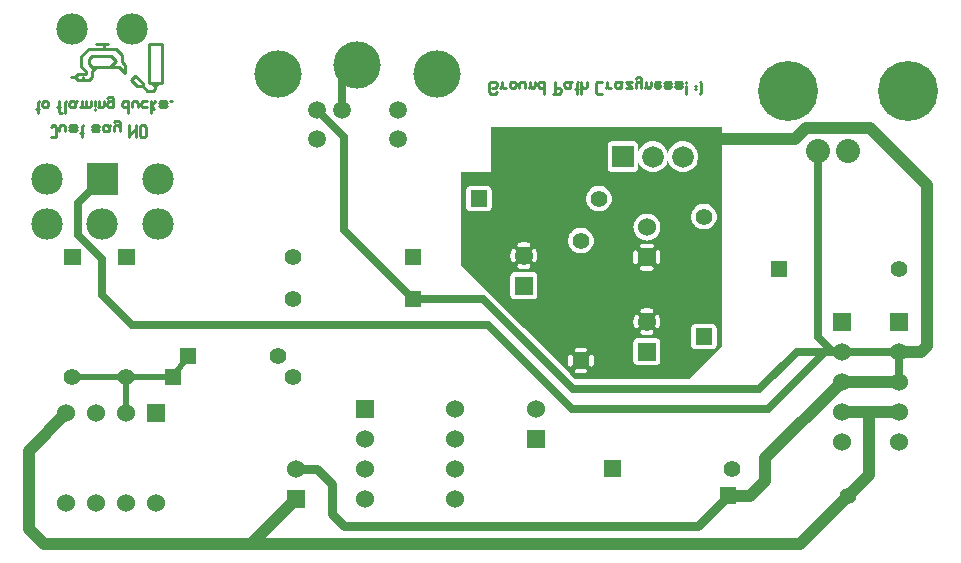
<source format=gbr>
G04 start of page 3 for group 1 idx 1 *
G04 Title: (unknown), solder *
G04 Creator: pcb 20110918 *
G04 CreationDate: Tue Dec 24 19:59:21 2013 UTC *
G04 For: fosse *
G04 Format: Gerber/RS-274X *
G04 PCB-Dimensions: 316500 193500 *
G04 PCB-Coordinate-Origin: lower left *
%MOIN*%
%FSLAX25Y25*%
%LNBOTTOM*%
%ADD57C,0.0358*%
%ADD56C,0.0925*%
%ADD55C,0.0650*%
%ADD54C,0.0710*%
%ADD53C,0.0280*%
%ADD52C,0.0380*%
%ADD51C,0.0420*%
%ADD50C,0.0320*%
%ADD49C,0.0790*%
%ADD48C,0.0591*%
%ADD47C,0.1575*%
%ADD46C,0.1050*%
%ADD45C,0.0550*%
%ADD44C,0.0600*%
%ADD43C,0.0720*%
%ADD42C,0.0800*%
%ADD41C,0.2000*%
%ADD40C,0.0300*%
%ADD39C,0.0090*%
%ADD38C,0.0100*%
%ADD37C,0.0250*%
%ADD36C,0.0200*%
%ADD35C,0.0400*%
%ADD34C,0.0001*%
G54D34*G36*
X232493Y144466D02*X232528Y144029D01*
X232638Y143570D01*
X232819Y143134D01*
X233065Y142731D01*
X233372Y142372D01*
X233731Y142065D01*
X234134Y141819D01*
X234570Y141638D01*
X235029Y141528D01*
X235500Y141500D01*
X238500D01*
Y75500D01*
X232493Y69493D01*
Y74257D01*
X235485Y74264D01*
X235715Y74319D01*
X235933Y74409D01*
X236134Y74533D01*
X236314Y74686D01*
X236467Y74866D01*
X236591Y75067D01*
X236681Y75285D01*
X236736Y75515D01*
X236750Y75750D01*
X236736Y81485D01*
X236681Y81715D01*
X236591Y81933D01*
X236467Y82134D01*
X236314Y82314D01*
X236134Y82467D01*
X235933Y82591D01*
X235715Y82681D01*
X235485Y82736D01*
X235250Y82750D01*
X232493Y82743D01*
Y114237D01*
X232500Y114237D01*
X233167Y114289D01*
X233817Y114446D01*
X234435Y114702D01*
X235006Y115051D01*
X235514Y115486D01*
X235949Y115994D01*
X236298Y116565D01*
X236554Y117183D01*
X236711Y117833D01*
X236750Y118500D01*
X236711Y119167D01*
X236554Y119817D01*
X236298Y120435D01*
X235949Y121006D01*
X235514Y121514D01*
X235006Y121949D01*
X234435Y122298D01*
X233817Y122554D01*
X233167Y122711D01*
X232500Y122763D01*
X232493Y122763D01*
Y144466D01*
G37*
G36*
Y148500D02*X238500D01*
Y147500D01*
X235500D01*
X235029Y147472D01*
X234570Y147362D01*
X234134Y147181D01*
X233731Y146935D01*
X233372Y146628D01*
X233065Y146269D01*
X232819Y145866D01*
X232638Y145430D01*
X232528Y144971D01*
X232493Y144534D01*
Y148500D01*
G37*
G36*
X217250D02*X232493D01*
Y144534D01*
X232491Y144500D01*
X232493Y144466D01*
Y122763D01*
X231833Y122711D01*
X231183Y122554D01*
X230565Y122298D01*
X229994Y121949D01*
X229486Y121514D01*
X229051Y121006D01*
X228702Y120435D01*
X228446Y119817D01*
X228289Y119167D01*
X228237Y118500D01*
X228289Y117833D01*
X228446Y117183D01*
X228702Y116565D01*
X229051Y115994D01*
X229486Y115486D01*
X229994Y115051D01*
X230565Y114702D01*
X231183Y114446D01*
X231833Y114289D01*
X232493Y114237D01*
Y82743D01*
X229515Y82736D01*
X229285Y82681D01*
X229067Y82591D01*
X228866Y82467D01*
X228686Y82314D01*
X228533Y82134D01*
X228409Y81933D01*
X228319Y81715D01*
X228264Y81485D01*
X228250Y81250D01*
X228264Y75515D01*
X228319Y75285D01*
X228409Y75067D01*
X228533Y74866D01*
X228686Y74686D01*
X228866Y74533D01*
X229067Y74409D01*
X229285Y74319D01*
X229515Y74264D01*
X229750Y74250D01*
X232493Y74257D01*
Y69493D01*
X227500Y64500D01*
X217250D01*
Y69200D01*
X217384Y69283D01*
X217564Y69436D01*
X217717Y69616D01*
X217841Y69817D01*
X217931Y70035D01*
X217986Y70265D01*
X218000Y70500D01*
X217986Y76735D01*
X217931Y76965D01*
X217841Y77183D01*
X217717Y77384D01*
X217564Y77564D01*
X217384Y77717D01*
X217250Y77800D01*
Y81391D01*
X217268Y81397D01*
X217373Y81452D01*
X217468Y81522D01*
X217551Y81606D01*
X217619Y81702D01*
X217670Y81808D01*
X217818Y82216D01*
X217922Y82637D01*
X217984Y83067D01*
X218005Y83500D01*
X217984Y83933D01*
X217922Y84363D01*
X217818Y84784D01*
X217675Y85194D01*
X217622Y85300D01*
X217553Y85396D01*
X217470Y85481D01*
X217375Y85551D01*
X217269Y85606D01*
X217250Y85612D01*
Y102748D01*
X217368Y102757D01*
X217482Y102785D01*
X217592Y102830D01*
X217692Y102891D01*
X217782Y102968D01*
X217859Y103058D01*
X217920Y103158D01*
X217965Y103268D01*
X217993Y103382D01*
X218000Y103500D01*
Y106500D01*
X217993Y106618D01*
X217965Y106732D01*
X217920Y106842D01*
X217859Y106942D01*
X217782Y107032D01*
X217692Y107109D01*
X217592Y107170D01*
X217482Y107215D01*
X217368Y107243D01*
X217250Y107252D01*
Y112507D01*
X217522Y112951D01*
X217793Y113605D01*
X217958Y114294D01*
X218000Y115000D01*
X217958Y115706D01*
X217793Y116395D01*
X217522Y117049D01*
X217250Y117493D01*
Y133705D01*
X217822Y133942D01*
X218507Y134361D01*
X219117Y134883D01*
X219639Y135493D01*
X220058Y136178D01*
X220365Y136919D01*
X220500Y137480D01*
X220635Y136919D01*
X220942Y136178D01*
X221361Y135493D01*
X221883Y134883D01*
X222493Y134361D01*
X223178Y133942D01*
X223919Y133635D01*
X224700Y133447D01*
X225500Y133384D01*
X226300Y133447D01*
X227081Y133635D01*
X227822Y133942D01*
X228507Y134361D01*
X229117Y134883D01*
X229639Y135493D01*
X230058Y136178D01*
X230365Y136919D01*
X230553Y137700D01*
X230600Y138500D01*
X230553Y139300D01*
X230365Y140081D01*
X230058Y140822D01*
X229639Y141507D01*
X229117Y142117D01*
X228507Y142639D01*
X227822Y143058D01*
X227081Y143365D01*
X226300Y143553D01*
X225500Y143616D01*
X224700Y143553D01*
X223919Y143365D01*
X223178Y143058D01*
X222493Y142639D01*
X221883Y142117D01*
X221361Y141507D01*
X220942Y140822D01*
X220635Y140081D01*
X220500Y139520D01*
X220365Y140081D01*
X220058Y140822D01*
X219639Y141507D01*
X219117Y142117D01*
X218507Y142639D01*
X217822Y143058D01*
X217250Y143295D01*
Y148500D01*
G37*
G36*
Y117493D02*X217152Y117653D01*
X216692Y118192D01*
X216153Y118652D01*
X215549Y119022D01*
X215500Y119042D01*
Y133384D01*
X216300Y133447D01*
X217081Y133635D01*
X217250Y133705D01*
Y117493D01*
G37*
G36*
Y77800D02*X217183Y77841D01*
X216965Y77931D01*
X216735Y77986D01*
X216500Y78000D01*
X215500Y77998D01*
Y79556D01*
X215551Y79625D01*
X215606Y79731D01*
X215643Y79843D01*
X215663Y79960D01*
X215664Y80079D01*
X215646Y80196D01*
X215610Y80309D01*
X215557Y80415D01*
X215500Y80495D01*
Y86511D01*
X215554Y86587D01*
X215607Y86692D01*
X215643Y86805D01*
X215660Y86921D01*
X215659Y87039D01*
X215640Y87156D01*
X215603Y87268D01*
X215548Y87373D01*
X215500Y87438D01*
Y100691D01*
X215532Y100718D01*
X215609Y100808D01*
X215670Y100908D01*
X215715Y101018D01*
X215743Y101132D01*
X215752Y101250D01*
X215743Y101368D01*
X215715Y101482D01*
X215670Y101592D01*
X215609Y101692D01*
X215532Y101782D01*
X215500Y101809D01*
Y108191D01*
X215532Y108218D01*
X215609Y108308D01*
X215670Y108408D01*
X215715Y108518D01*
X215743Y108632D01*
X215752Y108750D01*
X215743Y108868D01*
X215715Y108982D01*
X215670Y109092D01*
X215609Y109192D01*
X215532Y109282D01*
X215500Y109309D01*
Y110958D01*
X215549Y110978D01*
X216153Y111348D01*
X216692Y111808D01*
X217152Y112347D01*
X217250Y112507D01*
Y107252D01*
X217132Y107243D01*
X217018Y107215D01*
X216908Y107170D01*
X216808Y107109D01*
X216718Y107032D01*
X216641Y106942D01*
X216580Y106842D01*
X216535Y106732D01*
X216507Y106618D01*
X216500Y106500D01*
Y103500D01*
X216507Y103382D01*
X216535Y103268D01*
X216580Y103158D01*
X216641Y103058D01*
X216718Y102968D01*
X216808Y102891D01*
X216908Y102830D01*
X217018Y102785D01*
X217132Y102757D01*
X217250Y102748D01*
Y85612D01*
X217157Y85643D01*
X217040Y85663D01*
X216921Y85664D01*
X216804Y85646D01*
X216691Y85610D01*
X216585Y85557D01*
X216488Y85488D01*
X216404Y85405D01*
X216333Y85309D01*
X216279Y85204D01*
X216241Y85092D01*
X216222Y84975D01*
X216221Y84856D01*
X216239Y84739D01*
X216277Y84626D01*
X216376Y84355D01*
X216444Y84075D01*
X216486Y83789D01*
X216500Y83500D01*
X216486Y83211D01*
X216444Y82925D01*
X216376Y82645D01*
X216280Y82372D01*
X216242Y82261D01*
X216225Y82144D01*
X216225Y82026D01*
X216245Y81909D01*
X216282Y81797D01*
X216336Y81693D01*
X216406Y81598D01*
X216491Y81515D01*
X216587Y81446D01*
X216692Y81393D01*
X216805Y81357D01*
X216921Y81340D01*
X217039Y81341D01*
X217156Y81360D01*
X217250Y81391D01*
Y77800D01*
G37*
G36*
Y64500D02*X215500D01*
Y69011D01*
X216735Y69014D01*
X216965Y69069D01*
X217183Y69159D01*
X217250Y69200D01*
Y64500D01*
G37*
G36*
X215500Y148500D02*X217250D01*
Y143295D01*
X217081Y143365D01*
X216300Y143553D01*
X215500Y143616D01*
Y148500D01*
G37*
G36*
X209750Y69200D02*X209817Y69159D01*
X210035Y69069D01*
X210265Y69014D01*
X210500Y69000D01*
X215500Y69011D01*
Y64500D01*
X209750D01*
Y69200D01*
G37*
G36*
Y112507D02*X209848Y112347D01*
X210308Y111808D01*
X210847Y111348D01*
X211451Y110978D01*
X212105Y110707D01*
X212794Y110542D01*
X213500Y110486D01*
X214206Y110542D01*
X214895Y110707D01*
X215500Y110958D01*
Y109309D01*
X215442Y109359D01*
X215342Y109420D01*
X215232Y109465D01*
X215118Y109493D01*
X215000Y109500D01*
X212000D01*
X211882Y109493D01*
X211768Y109465D01*
X211658Y109420D01*
X211558Y109359D01*
X211468Y109282D01*
X211391Y109192D01*
X211330Y109092D01*
X211285Y108982D01*
X211257Y108868D01*
X211248Y108750D01*
X211257Y108632D01*
X211285Y108518D01*
X211330Y108408D01*
X211391Y108308D01*
X211468Y108218D01*
X211558Y108141D01*
X211658Y108080D01*
X211768Y108035D01*
X211882Y108007D01*
X212000Y108000D01*
X215000D01*
X215118Y108007D01*
X215232Y108035D01*
X215342Y108080D01*
X215442Y108141D01*
X215500Y108191D01*
Y101809D01*
X215442Y101859D01*
X215342Y101920D01*
X215232Y101965D01*
X215118Y101993D01*
X215000Y102000D01*
X212000D01*
X211882Y101993D01*
X211768Y101965D01*
X211658Y101920D01*
X211558Y101859D01*
X211468Y101782D01*
X211391Y101692D01*
X211330Y101592D01*
X211285Y101482D01*
X211257Y101368D01*
X211248Y101250D01*
X211257Y101132D01*
X211285Y101018D01*
X211330Y100908D01*
X211391Y100808D01*
X211468Y100718D01*
X211558Y100641D01*
X211658Y100580D01*
X211768Y100535D01*
X211882Y100507D01*
X212000Y100500D01*
X215000D01*
X215118Y100507D01*
X215232Y100535D01*
X215342Y100580D01*
X215442Y100641D01*
X215500Y100691D01*
Y87438D01*
X215478Y87468D01*
X215394Y87551D01*
X215298Y87619D01*
X215192Y87670D01*
X214784Y87818D01*
X214363Y87922D01*
X213933Y87984D01*
X213500Y88005D01*
X213067Y87984D01*
X212637Y87922D01*
X212216Y87818D01*
X211806Y87675D01*
X211700Y87622D01*
X211604Y87553D01*
X211519Y87470D01*
X211449Y87375D01*
X211394Y87269D01*
X211357Y87157D01*
X211337Y87040D01*
X211336Y86921D01*
X211354Y86804D01*
X211390Y86691D01*
X211443Y86585D01*
X211512Y86488D01*
X211595Y86404D01*
X211691Y86333D01*
X211796Y86279D01*
X211908Y86241D01*
X212025Y86222D01*
X212144Y86221D01*
X212261Y86239D01*
X212374Y86277D01*
X212645Y86376D01*
X212925Y86444D01*
X213211Y86486D01*
X213500Y86500D01*
X213789Y86486D01*
X214075Y86444D01*
X214355Y86376D01*
X214628Y86280D01*
X214739Y86242D01*
X214856Y86225D01*
X214974Y86225D01*
X215091Y86245D01*
X215203Y86282D01*
X215307Y86336D01*
X215402Y86406D01*
X215485Y86491D01*
X215500Y86511D01*
Y80495D01*
X215488Y80512D01*
X215405Y80596D01*
X215309Y80667D01*
X215204Y80721D01*
X215092Y80759D01*
X214975Y80778D01*
X214856Y80779D01*
X214739Y80761D01*
X214626Y80723D01*
X214355Y80624D01*
X214075Y80556D01*
X213789Y80514D01*
X213500Y80500D01*
X213211Y80514D01*
X212925Y80556D01*
X212645Y80624D01*
X212372Y80720D01*
X212261Y80758D01*
X212144Y80775D01*
X212026Y80775D01*
X211909Y80755D01*
X211797Y80718D01*
X211693Y80664D01*
X211598Y80594D01*
X211515Y80509D01*
X211446Y80413D01*
X211393Y80308D01*
X211357Y80195D01*
X211340Y80079D01*
X211341Y79961D01*
X211360Y79844D01*
X211397Y79732D01*
X211452Y79627D01*
X211522Y79532D01*
X211606Y79449D01*
X211702Y79381D01*
X211808Y79330D01*
X212216Y79182D01*
X212637Y79078D01*
X213067Y79016D01*
X213500Y78995D01*
X213933Y79016D01*
X214363Y79078D01*
X214784Y79182D01*
X215194Y79325D01*
X215300Y79378D01*
X215396Y79447D01*
X215481Y79530D01*
X215500Y79556D01*
Y77998D01*
X210265Y77986D01*
X210035Y77931D01*
X209817Y77841D01*
X209750Y77800D01*
Y81388D01*
X209843Y81357D01*
X209960Y81337D01*
X210079Y81336D01*
X210196Y81354D01*
X210309Y81390D01*
X210415Y81443D01*
X210512Y81512D01*
X210596Y81595D01*
X210667Y81691D01*
X210721Y81796D01*
X210759Y81908D01*
X210778Y82025D01*
X210779Y82144D01*
X210761Y82261D01*
X210723Y82374D01*
X210624Y82645D01*
X210556Y82925D01*
X210514Y83211D01*
X210500Y83500D01*
X210514Y83789D01*
X210556Y84075D01*
X210624Y84355D01*
X210720Y84628D01*
X210758Y84739D01*
X210775Y84856D01*
X210775Y84974D01*
X210755Y85091D01*
X210718Y85203D01*
X210664Y85307D01*
X210594Y85402D01*
X210509Y85485D01*
X210413Y85554D01*
X210308Y85607D01*
X210195Y85643D01*
X210079Y85660D01*
X209961Y85659D01*
X209844Y85640D01*
X209750Y85609D01*
Y102748D01*
X209868Y102757D01*
X209982Y102785D01*
X210092Y102830D01*
X210192Y102891D01*
X210282Y102968D01*
X210359Y103058D01*
X210420Y103158D01*
X210465Y103268D01*
X210493Y103382D01*
X210500Y103500D01*
Y106500D01*
X210493Y106618D01*
X210465Y106732D01*
X210420Y106842D01*
X210359Y106942D01*
X210282Y107032D01*
X210192Y107109D01*
X210092Y107170D01*
X209982Y107215D01*
X209868Y107243D01*
X209750Y107252D01*
Y112507D01*
G37*
G36*
Y133546D02*X209783Y133559D01*
X209984Y133683D01*
X210164Y133836D01*
X210317Y134016D01*
X210441Y134217D01*
X210531Y134435D01*
X210586Y134665D01*
X210600Y134900D01*
X210596Y137080D01*
X210635Y136919D01*
X210942Y136178D01*
X211361Y135493D01*
X211883Y134883D01*
X212493Y134361D01*
X213178Y133942D01*
X213919Y133635D01*
X214700Y133447D01*
X215500Y133384D01*
Y119042D01*
X214895Y119293D01*
X214206Y119458D01*
X213500Y119514D01*
X212794Y119458D01*
X212105Y119293D01*
X211451Y119022D01*
X210847Y118652D01*
X210308Y118192D01*
X209848Y117653D01*
X209750Y117493D01*
Y133546D01*
G37*
G36*
Y148500D02*X215500D01*
Y143616D01*
X214700Y143553D01*
X213919Y143365D01*
X213178Y143058D01*
X212493Y142639D01*
X211883Y142117D01*
X211361Y141507D01*
X210942Y140822D01*
X210635Y140081D01*
X210591Y139898D01*
X210586Y142335D01*
X210531Y142565D01*
X210441Y142783D01*
X210317Y142984D01*
X210164Y143164D01*
X209984Y143317D01*
X209783Y143441D01*
X209750Y143454D01*
Y148500D01*
G37*
G36*
X195000D02*X209750D01*
Y143454D01*
X209565Y143531D01*
X209335Y143586D01*
X209100Y143600D01*
X201665Y143586D01*
X201435Y143531D01*
X201217Y143441D01*
X201016Y143317D01*
X200836Y143164D01*
X200683Y142984D01*
X200559Y142783D01*
X200469Y142565D01*
X200414Y142335D01*
X200400Y142100D01*
X200414Y134665D01*
X200469Y134435D01*
X200559Y134217D01*
X200683Y134016D01*
X200836Y133836D01*
X201016Y133683D01*
X201217Y133559D01*
X201435Y133469D01*
X201665Y133414D01*
X201900Y133400D01*
X209335Y133414D01*
X209565Y133469D01*
X209750Y133546D01*
Y117493D01*
X209478Y117049D01*
X209207Y116395D01*
X209042Y115706D01*
X208986Y115000D01*
X209042Y114294D01*
X209207Y113605D01*
X209478Y112951D01*
X209750Y112507D01*
Y107252D01*
X209632Y107243D01*
X209518Y107215D01*
X209408Y107170D01*
X209308Y107109D01*
X209218Y107032D01*
X209141Y106942D01*
X209080Y106842D01*
X209035Y106732D01*
X209007Y106618D01*
X209000Y106500D01*
Y103500D01*
X209007Y103382D01*
X209035Y103268D01*
X209080Y103158D01*
X209141Y103058D01*
X209218Y102968D01*
X209308Y102891D01*
X209408Y102830D01*
X209518Y102785D01*
X209632Y102757D01*
X209750Y102748D01*
Y85609D01*
X209732Y85603D01*
X209627Y85548D01*
X209532Y85478D01*
X209449Y85394D01*
X209381Y85298D01*
X209330Y85192D01*
X209182Y84784D01*
X209078Y84363D01*
X209016Y83933D01*
X208995Y83500D01*
X209016Y83067D01*
X209078Y82637D01*
X209182Y82216D01*
X209325Y81806D01*
X209378Y81700D01*
X209447Y81604D01*
X209530Y81519D01*
X209625Y81449D01*
X209731Y81394D01*
X209750Y81388D01*
Y77800D01*
X209616Y77717D01*
X209436Y77564D01*
X209283Y77384D01*
X209159Y77183D01*
X209069Y76965D01*
X209014Y76735D01*
X209000Y76500D01*
X209014Y70265D01*
X209069Y70035D01*
X209159Y69817D01*
X209283Y69616D01*
X209436Y69436D01*
X209616Y69283D01*
X209750Y69200D01*
Y64500D01*
X195000D01*
Y68498D01*
X195118Y68507D01*
X195232Y68535D01*
X195342Y68580D01*
X195442Y68641D01*
X195532Y68718D01*
X195609Y68808D01*
X195670Y68908D01*
X195715Y69018D01*
X195743Y69132D01*
X195750Y69250D01*
Y71750D01*
X195743Y71868D01*
X195715Y71982D01*
X195670Y72092D01*
X195609Y72192D01*
X195532Y72282D01*
X195442Y72359D01*
X195342Y72420D01*
X195232Y72465D01*
X195118Y72493D01*
X195000Y72502D01*
Y108078D01*
X195298Y108565D01*
X195554Y109183D01*
X195711Y109833D01*
X195750Y110500D01*
X195711Y111167D01*
X195554Y111817D01*
X195298Y112435D01*
X195000Y112922D01*
Y121048D01*
X195565Y120702D01*
X196183Y120446D01*
X196833Y120289D01*
X197500Y120237D01*
X198167Y120289D01*
X198817Y120446D01*
X199435Y120702D01*
X200006Y121051D01*
X200514Y121486D01*
X200949Y121994D01*
X201298Y122565D01*
X201554Y123183D01*
X201711Y123833D01*
X201750Y124500D01*
X201711Y125167D01*
X201554Y125817D01*
X201298Y126435D01*
X200949Y127006D01*
X200514Y127514D01*
X200006Y127949D01*
X199435Y128298D01*
X198817Y128554D01*
X198167Y128711D01*
X197500Y128763D01*
X196833Y128711D01*
X196183Y128554D01*
X195565Y128298D01*
X195000Y127952D01*
Y148500D01*
G37*
G36*
Y64500D02*X191500D01*
Y66250D01*
X192750D01*
X192868Y66257D01*
X192982Y66285D01*
X193092Y66330D01*
X193192Y66391D01*
X193282Y66468D01*
X193359Y66558D01*
X193420Y66658D01*
X193465Y66768D01*
X193493Y66882D01*
X193502Y67000D01*
X193493Y67118D01*
X193465Y67232D01*
X193420Y67342D01*
X193359Y67442D01*
X193282Y67532D01*
X193192Y67609D01*
X193092Y67670D01*
X192982Y67715D01*
X192868Y67743D01*
X192750Y67750D01*
X191500D01*
Y73250D01*
X192750D01*
X192868Y73257D01*
X192982Y73285D01*
X193092Y73330D01*
X193192Y73391D01*
X193282Y73468D01*
X193359Y73558D01*
X193420Y73658D01*
X193465Y73768D01*
X193493Y73882D01*
X193502Y74000D01*
X193493Y74118D01*
X193465Y74232D01*
X193420Y74342D01*
X193359Y74442D01*
X193282Y74532D01*
X193192Y74609D01*
X193092Y74670D01*
X192982Y74715D01*
X192868Y74743D01*
X192750Y74750D01*
X191500D01*
Y106237D01*
X192167Y106289D01*
X192817Y106446D01*
X193435Y106702D01*
X194006Y107051D01*
X194514Y107486D01*
X194949Y107994D01*
X195000Y108078D01*
Y72502D01*
X194882Y72493D01*
X194768Y72465D01*
X194658Y72420D01*
X194558Y72359D01*
X194468Y72282D01*
X194391Y72192D01*
X194330Y72092D01*
X194285Y71982D01*
X194257Y71868D01*
X194250Y71750D01*
Y69250D01*
X194257Y69132D01*
X194285Y69018D01*
X194330Y68908D01*
X194391Y68808D01*
X194468Y68718D01*
X194558Y68641D01*
X194658Y68580D01*
X194768Y68535D01*
X194882Y68507D01*
X195000Y68498D01*
Y64500D01*
G37*
G36*
X191500Y148500D02*X195000D01*
Y127952D01*
X194994Y127949D01*
X194486Y127514D01*
X194051Y127006D01*
X193702Y126435D01*
X193446Y125817D01*
X193289Y125167D01*
X193237Y124500D01*
X193289Y123833D01*
X193446Y123183D01*
X193702Y122565D01*
X194051Y121994D01*
X194486Y121486D01*
X194994Y121051D01*
X195000Y121048D01*
Y112922D01*
X194949Y113006D01*
X194514Y113514D01*
X194006Y113949D01*
X193435Y114298D01*
X192817Y114554D01*
X192167Y114711D01*
X191500Y114763D01*
Y148500D01*
G37*
G36*
X188000Y108078D02*X188051Y107994D01*
X188486Y107486D01*
X188994Y107051D01*
X189565Y106702D01*
X190183Y106446D01*
X190833Y106289D01*
X191500Y106237D01*
X191500D01*
Y74750D01*
X190250D01*
X190132Y74743D01*
X190018Y74715D01*
X189908Y74670D01*
X189808Y74609D01*
X189718Y74532D01*
X189641Y74442D01*
X189580Y74342D01*
X189535Y74232D01*
X189507Y74118D01*
X189498Y74000D01*
X189507Y73882D01*
X189535Y73768D01*
X189580Y73658D01*
X189641Y73558D01*
X189718Y73468D01*
X189808Y73391D01*
X189908Y73330D01*
X190018Y73285D01*
X190132Y73257D01*
X190250Y73250D01*
X191500D01*
Y67750D01*
X190250D01*
X190132Y67743D01*
X190018Y67715D01*
X189908Y67670D01*
X189808Y67609D01*
X189718Y67532D01*
X189641Y67442D01*
X189580Y67342D01*
X189535Y67232D01*
X189507Y67118D01*
X189498Y67000D01*
X189507Y66882D01*
X189535Y66768D01*
X189580Y66658D01*
X189641Y66558D01*
X189718Y66468D01*
X189808Y66391D01*
X189908Y66330D01*
X190018Y66285D01*
X190132Y66257D01*
X190250Y66250D01*
X191500D01*
Y64500D01*
X189500D01*
X188000Y66000D01*
Y68498D01*
X188118Y68507D01*
X188232Y68535D01*
X188342Y68580D01*
X188442Y68641D01*
X188532Y68718D01*
X188609Y68808D01*
X188670Y68908D01*
X188715Y69018D01*
X188743Y69132D01*
X188750Y69250D01*
Y71750D01*
X188743Y71868D01*
X188715Y71982D01*
X188670Y72092D01*
X188609Y72192D01*
X188532Y72282D01*
X188442Y72359D01*
X188342Y72420D01*
X188232Y72465D01*
X188118Y72493D01*
X188000Y72502D01*
Y108078D01*
G37*
G36*
Y148500D02*X191500D01*
Y114763D01*
X191500D01*
X190833Y114711D01*
X190183Y114554D01*
X189565Y114298D01*
X188994Y113949D01*
X188486Y113514D01*
X188051Y113006D01*
X188000Y112922D01*
Y148500D01*
G37*
G36*
X176113D02*X188000D01*
Y112922D01*
X187702Y112435D01*
X187446Y111817D01*
X187289Y111167D01*
X187237Y110500D01*
X187289Y109833D01*
X187446Y109183D01*
X187702Y108565D01*
X188000Y108078D01*
Y72502D01*
X187882Y72493D01*
X187768Y72465D01*
X187658Y72420D01*
X187558Y72359D01*
X187468Y72282D01*
X187391Y72192D01*
X187330Y72092D01*
X187285Y71982D01*
X187257Y71868D01*
X187250Y71750D01*
Y69250D01*
X187257Y69132D01*
X187285Y69018D01*
X187330Y68908D01*
X187391Y68808D01*
X187468Y68718D01*
X187558Y68641D01*
X187658Y68580D01*
X187768Y68535D01*
X187882Y68507D01*
X188000Y68498D01*
Y66000D01*
X176113Y77887D01*
Y91130D01*
X176183Y91159D01*
X176384Y91283D01*
X176564Y91436D01*
X176717Y91616D01*
X176841Y91817D01*
X176931Y92035D01*
X176986Y92265D01*
X177000Y92500D01*
X176986Y98735D01*
X176931Y98965D01*
X176841Y99183D01*
X176717Y99384D01*
X176564Y99564D01*
X176384Y99717D01*
X176183Y99841D01*
X176113Y99870D01*
Y103353D01*
X176156Y103360D01*
X176268Y103397D01*
X176373Y103452D01*
X176468Y103522D01*
X176551Y103606D01*
X176619Y103702D01*
X176670Y103808D01*
X176818Y104216D01*
X176922Y104637D01*
X176984Y105067D01*
X177005Y105500D01*
X176984Y105933D01*
X176922Y106363D01*
X176818Y106784D01*
X176675Y107194D01*
X176622Y107300D01*
X176553Y107396D01*
X176470Y107481D01*
X176375Y107551D01*
X176269Y107606D01*
X176157Y107643D01*
X176113Y107651D01*
Y148500D01*
G37*
G36*
Y77887D02*X172500Y81500D01*
Y91007D01*
X175735Y91014D01*
X175965Y91069D01*
X176113Y91130D01*
Y77887D01*
G37*
G36*
X172500Y148500D02*X176113D01*
Y107651D01*
X176040Y107663D01*
X175921Y107664D01*
X175804Y107646D01*
X175691Y107610D01*
X175585Y107557D01*
X175488Y107488D01*
X175404Y107405D01*
X175333Y107309D01*
X175279Y107204D01*
X175241Y107092D01*
X175222Y106975D01*
X175221Y106856D01*
X175239Y106739D01*
X175277Y106626D01*
X175376Y106355D01*
X175444Y106075D01*
X175486Y105789D01*
X175500Y105500D01*
X175486Y105211D01*
X175444Y104925D01*
X175376Y104645D01*
X175280Y104372D01*
X175242Y104261D01*
X175225Y104144D01*
X175225Y104026D01*
X175245Y103909D01*
X175282Y103797D01*
X175336Y103693D01*
X175406Y103598D01*
X175491Y103515D01*
X175587Y103446D01*
X175692Y103393D01*
X175805Y103357D01*
X175921Y103340D01*
X176039Y103341D01*
X176113Y103353D01*
Y99870D01*
X175965Y99931D01*
X175735Y99986D01*
X175500Y100000D01*
X172500Y99993D01*
Y100995D01*
X172933Y101016D01*
X173363Y101078D01*
X173784Y101182D01*
X174194Y101325D01*
X174300Y101378D01*
X174396Y101447D01*
X174481Y101530D01*
X174551Y101625D01*
X174606Y101731D01*
X174643Y101843D01*
X174663Y101960D01*
X174664Y102079D01*
X174646Y102196D01*
X174610Y102309D01*
X174557Y102415D01*
X174488Y102512D01*
X174405Y102596D01*
X174309Y102667D01*
X174204Y102721D01*
X174092Y102759D01*
X173975Y102778D01*
X173856Y102779D01*
X173739Y102761D01*
X173626Y102723D01*
X173355Y102624D01*
X173075Y102556D01*
X172789Y102514D01*
X172500Y102500D01*
Y108500D01*
X172789Y108486D01*
X173075Y108444D01*
X173355Y108376D01*
X173628Y108280D01*
X173739Y108242D01*
X173856Y108225D01*
X173974Y108225D01*
X174091Y108245D01*
X174203Y108282D01*
X174307Y108336D01*
X174402Y108406D01*
X174485Y108491D01*
X174554Y108587D01*
X174607Y108692D01*
X174643Y108805D01*
X174660Y108921D01*
X174659Y109039D01*
X174640Y109156D01*
X174603Y109268D01*
X174548Y109373D01*
X174478Y109468D01*
X174394Y109551D01*
X174298Y109619D01*
X174192Y109670D01*
X173784Y109818D01*
X173363Y109922D01*
X172933Y109984D01*
X172500Y110005D01*
Y148500D01*
G37*
G36*
X168887Y91130D02*X169035Y91069D01*
X169265Y91014D01*
X169500Y91000D01*
X172500Y91007D01*
Y81500D01*
X168887Y85113D01*
Y91130D01*
G37*
G36*
Y148500D02*X172500D01*
Y110005D01*
X172067Y109984D01*
X171637Y109922D01*
X171216Y109818D01*
X170806Y109675D01*
X170700Y109622D01*
X170604Y109553D01*
X170519Y109470D01*
X170449Y109375D01*
X170394Y109269D01*
X170357Y109157D01*
X170337Y109040D01*
X170336Y108921D01*
X170354Y108804D01*
X170390Y108691D01*
X170443Y108585D01*
X170512Y108488D01*
X170595Y108404D01*
X170691Y108333D01*
X170796Y108279D01*
X170908Y108241D01*
X171025Y108222D01*
X171144Y108221D01*
X171261Y108239D01*
X171374Y108277D01*
X171645Y108376D01*
X171925Y108444D01*
X172211Y108486D01*
X172500Y108500D01*
Y102500D01*
X172211Y102514D01*
X171925Y102556D01*
X171645Y102624D01*
X171372Y102720D01*
X171261Y102758D01*
X171144Y102775D01*
X171026Y102775D01*
X170909Y102755D01*
X170797Y102718D01*
X170693Y102664D01*
X170598Y102594D01*
X170515Y102509D01*
X170446Y102413D01*
X170393Y102308D01*
X170357Y102195D01*
X170340Y102079D01*
X170341Y101961D01*
X170360Y101844D01*
X170397Y101732D01*
X170452Y101627D01*
X170522Y101532D01*
X170606Y101449D01*
X170702Y101381D01*
X170808Y101330D01*
X171216Y101182D01*
X171637Y101078D01*
X172067Y101016D01*
X172500Y100995D01*
Y99993D01*
X169265Y99986D01*
X169035Y99931D01*
X168887Y99870D01*
Y103349D01*
X168960Y103337D01*
X169079Y103336D01*
X169196Y103354D01*
X169309Y103390D01*
X169415Y103443D01*
X169512Y103512D01*
X169596Y103595D01*
X169667Y103691D01*
X169721Y103796D01*
X169759Y103908D01*
X169778Y104025D01*
X169779Y104144D01*
X169761Y104261D01*
X169723Y104374D01*
X169624Y104645D01*
X169556Y104925D01*
X169514Y105211D01*
X169500Y105500D01*
X169514Y105789D01*
X169556Y106075D01*
X169624Y106355D01*
X169720Y106628D01*
X169758Y106739D01*
X169775Y106856D01*
X169775Y106974D01*
X169755Y107091D01*
X169718Y107203D01*
X169664Y107307D01*
X169594Y107402D01*
X169509Y107485D01*
X169413Y107554D01*
X169308Y107607D01*
X169195Y107643D01*
X169079Y107660D01*
X168961Y107659D01*
X168887Y107647D01*
Y148500D01*
G37*
G36*
X161500D02*X168887D01*
Y107647D01*
X168844Y107640D01*
X168732Y107603D01*
X168627Y107548D01*
X168532Y107478D01*
X168449Y107394D01*
X168381Y107298D01*
X168330Y107192D01*
X168182Y106784D01*
X168078Y106363D01*
X168016Y105933D01*
X167995Y105500D01*
X168016Y105067D01*
X168078Y104637D01*
X168182Y104216D01*
X168325Y103806D01*
X168378Y103700D01*
X168447Y103604D01*
X168530Y103519D01*
X168625Y103449D01*
X168731Y103394D01*
X168843Y103357D01*
X168887Y103349D01*
Y99870D01*
X168817Y99841D01*
X168616Y99717D01*
X168436Y99564D01*
X168283Y99384D01*
X168159Y99183D01*
X168069Y98965D01*
X168014Y98735D01*
X168000Y98500D01*
X168014Y92265D01*
X168069Y92035D01*
X168159Y91817D01*
X168283Y91616D01*
X168436Y91436D01*
X168616Y91283D01*
X168817Y91159D01*
X168887Y91130D01*
Y85113D01*
X157500Y96500D01*
Y120257D01*
X160485Y120264D01*
X160715Y120319D01*
X160933Y120409D01*
X161134Y120533D01*
X161314Y120686D01*
X161467Y120866D01*
X161591Y121067D01*
X161681Y121285D01*
X161736Y121515D01*
X161750Y121750D01*
X161736Y127485D01*
X161681Y127715D01*
X161591Y127933D01*
X161467Y128134D01*
X161314Y128314D01*
X161134Y128467D01*
X160933Y128591D01*
X160715Y128681D01*
X160485Y128736D01*
X160250Y128750D01*
X157500Y128743D01*
Y133500D01*
X161500D01*
Y148500D01*
G37*
G36*
X157500Y96500D02*X151500Y102500D01*
Y133500D01*
X157500D01*
Y128743D01*
X154515Y128736D01*
X154285Y128681D01*
X154067Y128591D01*
X153866Y128467D01*
X153686Y128314D01*
X153533Y128134D01*
X153409Y127933D01*
X153319Y127715D01*
X153264Y127485D01*
X153250Y127250D01*
X153264Y121515D01*
X153319Y121285D01*
X153409Y121067D01*
X153533Y120866D01*
X153686Y120686D01*
X153866Y120533D01*
X154067Y120409D01*
X154285Y120319D01*
X154515Y120264D01*
X154750Y120250D01*
X157500Y120257D01*
Y96500D01*
G37*
G36*
X231500Y148500D02*X238500D01*
Y140500D01*
X231500D01*
Y148500D01*
G37*
G54D35*X20000Y53000D02*X7500Y40500D01*
G54D36*X55500Y65000D02*X22000D01*
G54D35*X7500Y40500D02*Y14500D01*
X12500Y9500D01*
X81500D01*
G54D36*X40000Y53000D02*Y65000D01*
X60500Y72000D02*X55500Y65000D01*
G54D37*X42000Y82500D02*X160500D01*
X135500Y91000D02*X159000D01*
X103614Y153886D02*X112500Y145000D01*
Y114000D02*X135500Y91000D01*
X103614Y154122D02*Y153886D01*
X112500Y114000D02*Y145000D01*
X111882Y154122D02*Y163965D01*
X117000Y169083D01*
X32000Y92500D02*X42000Y82500D01*
X32000Y92500D02*Y104500D01*
X24000Y123000D02*X32000Y131000D01*
Y104500D02*X24000Y112500D01*
Y123000D01*
G54D38*X39500Y166500D02*X37500Y168500D01*
G54D39*X36500Y170500D02*X34500Y168500D01*
G54D38*X38500Y170000D02*X39500Y169000D01*
Y166500D01*
G54D39*X35000Y172000D02*X36500Y170500D01*
X28500Y172000D02*X35000D01*
G54D38*X27500Y174500D02*X36500D01*
X30000Y168500D02*X31000D01*
X38500Y172500D02*Y170000D01*
X30500Y168500D02*X37500D01*
X36500Y174500D02*X38500Y172500D01*
X43000Y165500D02*X41500Y164000D01*
X45500Y163000D02*X43000Y165500D01*
X43500Y162000D02*X45500D01*
X43500D02*X41500Y164000D01*
X45500Y163000D02*Y162000D01*
X47000Y160500D02*X45500Y162000D01*
X47500Y176000D02*Y163000D01*
Y176000D02*X52000D01*
Y163000D01*
X47000Y160500D02*X49000D01*
X49500Y161000D02*X49000Y160500D01*
X49500Y162000D02*Y161000D01*
Y162000D02*X48500Y163000D01*
X50500D02*X49500Y162000D01*
X50500Y163000D02*X52000D01*
X47500D02*X52000D01*
X26500Y167000D02*Y166000D01*
X28500Y165000D02*X27500Y164000D01*
X28500Y167000D02*Y165000D01*
X24000Y166000D02*X26500D01*
X23000Y165000D02*X24000Y166000D01*
X21500Y165000D02*X23000D01*
X25000Y172000D02*X27500Y174500D01*
X32500Y175500D02*Y175000D01*
G54D39*X27500Y171000D02*X28500Y172000D01*
G54D38*X30000Y176000D02*X34000D01*
X26500Y167000D02*X25000Y168500D01*
G54D39*X27500Y171000D02*Y169500D01*
X28500Y168500D02*X27500Y169500D01*
X28500Y168500D02*X30000D01*
G54D38*X25000Y172000D02*Y168500D01*
X30000D02*X28500Y167000D01*
X24000Y164000D02*X23000Y165000D01*
X24000Y164000D02*X27500D01*
X25500Y165000D02*Y164500D01*
G54D35*X77500Y9500D02*X264500D01*
X81500D02*X96500Y24500D01*
G54D40*X108500Y19500D02*X112500Y15500D01*
X178500D02*X230500D01*
X112500D02*X179500D01*
X96500Y34500D02*X103500D01*
X108500Y29500D01*
Y19500D01*
G54D35*X253000Y30500D02*X248000Y25500D01*
X240500D01*
X264500Y9500D02*X287500Y32500D01*
G54D40*X230500Y15500D02*X240500Y25500D01*
G54D37*X160500Y82500D02*X188500Y54500D01*
X254000D01*
X189000Y61000D02*X251000D01*
X159000Y91000D02*X189000Y61000D01*
G54D35*X253000Y38000D02*Y30500D01*
G54D37*X297500Y73500D02*X280000D01*
X263500D02*X283500D01*
X270500Y78500D02*X275500Y73500D01*
X254000Y54500D02*X273000Y73500D01*
X251000Y61000D02*X263500Y73500D01*
X279500Y63500D02*X297500D01*
G54D35*Y53500D02*X278500D01*
X297500Y63500D02*X280500D01*
G54D37*X270500Y78500D02*Y140500D01*
G54D35*X235500Y144500D02*X263000D01*
X266500Y148000D01*
X288000D01*
X307000Y129000D01*
G54D37*X297479Y73479D02*X297500Y73500D01*
Y63500D02*Y73500D01*
G54D35*X305000D01*
X307000Y75500D01*
Y129000D01*
X278500Y63500D02*X253000Y38000D01*
X287500Y32500D02*Y53500D01*
G54D38*X162980Y159490D02*X163475Y159985D01*
X161495Y159490D02*X162980D01*
X161000Y159985D02*X161495Y159490D01*
X161000Y159985D02*Y162955D01*
X161495Y163450D01*
X162980D01*
X163475Y162955D01*
Y161965D02*Y162955D01*
X162980Y161470D02*X163475Y161965D01*
X161990Y161470D02*X162980D01*
X165158Y161965D02*Y163450D01*
Y161965D02*X165653Y161470D01*
X166643D01*
X164663D02*X165158Y161965D01*
X167831D02*Y162955D01*
Y161965D02*X168326Y161470D01*
X169316D01*
X169811Y161965D01*
Y162955D01*
X169316Y163450D02*X169811Y162955D01*
X168326Y163450D02*X169316D01*
X167831Y162955D02*X168326Y163450D01*
X170999Y161470D02*Y162955D01*
X171494Y163450D01*
X172484D01*
X172979Y162955D01*
Y161470D02*Y162955D01*
X174662Y161965D02*Y163450D01*
Y161965D02*X175157Y161470D01*
X175652D01*
X176147Y161965D01*
Y163450D01*
X174167Y161470D02*X174662Y161965D01*
X179315Y159490D02*Y163450D01*
X178820D02*X179315Y162955D01*
X177830Y163450D02*X178820D01*
X177335Y162955D02*X177830Y163450D01*
X177335Y161965D02*Y162955D01*
Y161965D02*X177830Y161470D01*
X178820D01*
X179315Y161965D01*
X182780Y159490D02*Y163450D01*
X182285Y159490D02*X184265D01*
X184760Y159985D01*
Y160975D01*
X184265Y161470D02*X184760Y160975D01*
X182780Y161470D02*X184265D01*
X187433D02*X187928Y161965D01*
X186443Y161470D02*X187433D01*
X185948Y161965D02*X186443Y161470D01*
X185948Y161965D02*Y162955D01*
X186443Y163450D01*
X187928Y161470D02*Y162955D01*
X188423Y163450D01*
X186443D02*X187433D01*
X187928Y162955D01*
X190106Y159490D02*Y162955D01*
X190601Y163450D01*
X189611Y160975D02*X190601D01*
X191591Y159490D02*Y163450D01*
Y161965D02*X192086Y161470D01*
X193076D01*
X193571Y161965D01*
Y163450D01*
X197036D02*X198521D01*
X196541Y162955D02*X197036Y163450D01*
X196541Y159985D02*Y162955D01*
Y159985D02*X197036Y159490D01*
X198521D01*
X200204Y161965D02*Y163450D01*
Y161965D02*X200699Y161470D01*
X201689D01*
X199709D02*X200204Y161965D01*
X204362Y161470D02*X204857Y161965D01*
X203372Y161470D02*X204362D01*
X202877Y161965D02*X203372Y161470D01*
X202877Y161965D02*Y162955D01*
X203372Y163450D01*
X204857Y161470D02*Y162955D01*
X205352Y163450D01*
X203372D02*X204362D01*
X204857Y162955D01*
X206540Y161470D02*X208520D01*
X206540Y163450D02*X208520Y161470D01*
X206540Y163450D02*X208520D01*
X209708Y161470D02*Y162955D01*
X210203Y163450D01*
X211688Y161470D02*Y164440D01*
X211193Y164935D02*X211688Y164440D01*
X210203Y164935D02*X211193D01*
X209708Y164440D02*X210203Y164935D01*
Y163450D02*X211193D01*
X211688Y162955D01*
X213371Y161965D02*Y163450D01*
Y161965D02*X213866Y161470D01*
X214361D01*
X214856Y161965D01*
Y163450D01*
X212876Y161470D02*X213371Y161965D01*
X216539Y163450D02*X218024D01*
X216044Y162955D02*X216539Y163450D01*
X216044Y161965D02*Y162955D01*
Y161965D02*X216539Y161470D01*
X217529D01*
X218024Y161965D01*
X216044Y162460D02*X218024D01*
Y161965D02*Y162460D01*
X219707Y163450D02*X221192D01*
X221687Y162955D01*
X221192Y162460D02*X221687Y162955D01*
X219707Y162460D02*X221192D01*
X219212Y161965D02*X219707Y162460D01*
X219212Y161965D02*X219707Y161470D01*
X221192D01*
X221687Y161965D01*
X219212Y162955D02*X219707Y163450D01*
X223370D02*X224855D01*
X225350Y162955D01*
X224855Y162460D02*X225350Y162955D01*
X223370Y162460D02*X224855D01*
X222875Y161965D02*X223370Y162460D01*
X222875Y161965D02*X223370Y161470D01*
X224855D01*
X225350Y161965D01*
X222875Y162955D02*X223370Y163450D01*
X226538Y162955D02*Y163450D01*
Y159490D02*Y161965D01*
X229508Y160975D02*X230003D01*
X229508Y161965D02*X230003D01*
X231191Y159490D02*X231686Y159985D01*
Y162955D01*
X231191Y163450D02*X231686Y162955D01*
X10500Y153000D02*Y156500D01*
X11000Y157000D01*
X10000Y154500D02*X11000D01*
X12000Y155500D02*Y156500D01*
Y155500D02*X12500Y155000D01*
X13500D01*
X14000Y155500D01*
Y156500D01*
X13500Y157000D02*X14000Y156500D01*
X12500Y157000D02*X13500D01*
X12000Y156500D02*X12500Y157000D01*
X17500Y153500D02*Y157000D01*
Y153500D02*X18000Y153000D01*
X18500D01*
X17000Y155000D02*X18000D01*
X19500Y153000D02*Y156500D01*
X20000Y157000D01*
X22500Y155000D02*X23000Y155500D01*
X21500Y155000D02*X22500D01*
X21000Y155500D02*X21500Y155000D01*
X21000Y155500D02*Y156500D01*
X21500Y157000D01*
X23000Y155000D02*Y156500D01*
X23500Y157000D01*
X21500D02*X22500D01*
X23000Y156500D01*
X25200Y155500D02*Y157000D01*
Y155500D02*X25700Y155000D01*
X26200D01*
X26700Y155500D01*
Y157000D01*
Y155500D02*X27200Y155000D01*
X27700D01*
X28200Y155500D01*
Y157000D01*
X24700Y155000D02*X25200Y155500D01*
X29400Y154000D02*Y154500D01*
Y155500D02*Y157000D01*
X30900Y155500D02*Y157000D01*
Y155500D02*X31400Y155000D01*
X31900D01*
X32400Y155500D01*
Y157000D01*
X30400Y155000D02*X30900Y155500D01*
X35100Y155000D02*X35600Y155500D01*
X34100Y155000D02*X35100D01*
X33600Y155500D02*X34100Y155000D01*
X33600Y155500D02*Y156500D01*
X34100Y157000D01*
X35100D01*
X35600Y156500D01*
X33600Y158000D02*X34100Y158500D01*
X35100D01*
X35600Y158000D01*
Y155000D02*Y158000D01*
X40600Y153000D02*Y157000D01*
X40100D02*X40600Y156500D01*
X39100Y157000D02*X40100D01*
X38600Y156500D02*X39100Y157000D01*
X38600Y155500D02*Y156500D01*
Y155500D02*X39100Y155000D01*
X40100D01*
X40600Y155500D01*
X41800Y155000D02*Y156500D01*
X42300Y157000D01*
X43300D01*
X43800Y156500D01*
Y155000D02*Y156500D01*
X45500Y155000D02*X47000D01*
X45000Y155500D02*X45500Y155000D01*
X45000Y155500D02*Y156500D01*
X45500Y157000D01*
X47000D01*
X48200Y153000D02*Y157000D01*
Y155500D02*X49700Y157000D01*
X48200Y155500D02*X49200Y154500D01*
X51400Y157000D02*X52900D01*
X53400Y156500D01*
X52900Y156000D02*X53400Y156500D01*
X51400Y156000D02*X52900D01*
X50900Y155500D02*X51400Y156000D01*
X50900Y155500D02*X51400Y155000D01*
X52900D01*
X53400Y155500D01*
X50900Y156500D02*X51400Y157000D01*
X54600D02*X55100D01*
X15000Y145000D02*X16500D01*
Y148500D01*
X16000Y149000D02*X16500Y148500D01*
X15500Y149000D02*X16000D01*
X15000Y148500D02*X15500Y149000D01*
X17700Y147000D02*Y148500D01*
X18200Y149000D01*
X19200D01*
X19700Y148500D01*
Y147000D02*Y148500D01*
X21400Y149000D02*X22900D01*
X23400Y148500D01*
X22900Y148000D02*X23400Y148500D01*
X21400Y148000D02*X22900D01*
X20900Y147500D02*X21400Y148000D01*
X20900Y147500D02*X21400Y147000D01*
X22900D01*
X23400Y147500D01*
X20900Y148500D02*X21400Y149000D01*
X25100Y145000D02*Y148500D01*
X25600Y149000D01*
X24600Y146500D02*X25600D01*
X28900Y149000D02*X30400D01*
X30900Y148500D01*
X30400Y148000D02*X30900Y148500D01*
X28900Y148000D02*X30400D01*
X28400Y147500D02*X28900Y148000D01*
X28400Y147500D02*X28900Y147000D01*
X30400D01*
X30900Y147500D01*
X28400Y148500D02*X28900Y149000D01*
X33600Y147000D02*X34100Y147500D01*
X32600Y147000D02*X33600D01*
X32100Y147500D02*X32600Y147000D01*
X32100Y147500D02*Y148500D01*
X32600Y149000D01*
X34100Y147000D02*Y148500D01*
X34600Y149000D01*
X32600D02*X33600D01*
X34100Y148500D01*
X35800Y147000D02*Y148500D01*
X36300Y149000D01*
X37800Y147000D02*Y150000D01*
X37300Y150500D02*X37800Y150000D01*
X36300Y150500D02*X37300D01*
X35800Y150000D02*X36300Y150500D01*
Y149000D02*X37300D01*
X37800Y148500D01*
X40800Y145000D02*Y149000D01*
Y145000D02*Y145500D01*
X43300Y148000D01*
Y145000D02*Y149000D01*
X44500Y145500D02*Y148500D01*
Y145500D02*X45000Y145000D01*
X46000D01*
X46500Y145500D01*
Y148500D01*
X46000Y149000D02*X46500Y148500D01*
X45000Y149000D02*X46000D01*
X44500Y148500D02*X45000Y149000D01*
G54D41*X260500Y160500D03*
X300500D03*
G54D42*X270500Y140500D03*
X280500D03*
G54D34*G36*
X201900Y142100D02*Y134900D01*
X209100D01*
Y142100D01*
X201900D01*
G37*
G54D43*X215500Y138500D03*
X225500D03*
G54D34*G36*
X188750Y73250D02*Y67750D01*
X194250D01*
Y73250D01*
X188750D01*
G37*
G54D44*X176500Y54500D03*
G54D34*G36*
X199250Y37250D02*Y31750D01*
X204750D01*
Y37250D01*
X199250D01*
G37*
G54D45*X242000Y34500D03*
G54D34*G36*
X237750Y28250D02*Y22750D01*
X243250D01*
Y28250D01*
X237750D01*
G37*
G54D45*X197500Y124500D03*
G54D34*G36*
X210500Y108000D02*Y102000D01*
X216500D01*
Y108000D01*
X210500D01*
G37*
G54D44*X213500Y115000D03*
G54D45*X232500Y118500D03*
G54D34*G36*
X254750Y103750D02*Y98250D01*
X260250D01*
Y103750D01*
X254750D01*
G37*
G36*
X294500Y86500D02*Y80500D01*
X300500D01*
Y86500D01*
X294500D01*
G37*
G36*
X229750Y81250D02*Y75750D01*
X235250D01*
Y81250D01*
X229750D01*
G37*
G36*
X210500Y76500D02*Y70500D01*
X216500D01*
Y76500D01*
X210500D01*
G37*
G54D44*X213500Y83500D03*
G54D34*G36*
X275500Y86500D02*Y80500D01*
X281500D01*
Y86500D01*
X275500D01*
G37*
G54D44*X278500Y73500D03*
X297500D03*
G54D45*Y101000D03*
G54D44*Y63500D03*
Y53500D03*
Y43500D03*
X278500Y63500D03*
Y53500D03*
Y43500D03*
G54D45*X280500Y25500D03*
G54D34*G36*
X93500Y27500D02*Y21500D01*
X99500D01*
Y27500D01*
X93500D01*
G37*
G54D44*X20000Y23000D03*
X30000D03*
X40000D03*
X50000D03*
X119500Y24500D03*
X96500Y34500D03*
X119500Y44500D03*
Y34500D03*
G54D34*G36*
X37250Y107750D02*Y102250D01*
X42750D01*
Y107750D01*
X37250D01*
G37*
G36*
X19250D02*Y102250D01*
X24750D01*
Y107750D01*
X19250D01*
G37*
G54D45*X95500Y105000D03*
Y91000D03*
X40000Y65000D03*
G54D34*G36*
X57750Y74750D02*Y69250D01*
X63250D01*
Y74750D01*
X57750D01*
G37*
G54D45*X90500Y72000D03*
X22000Y65000D03*
G54D34*G36*
X52750Y67750D02*Y62250D01*
X58250D01*
Y67750D01*
X52750D01*
G37*
G54D45*X95500Y65000D03*
G54D46*X13500Y116000D03*
X32000D03*
X50500D03*
G54D34*G36*
X47000Y56000D02*Y50000D01*
X53000D01*
Y56000D01*
X47000D01*
G37*
G54D44*X40000Y53000D03*
X30000D03*
X20000D03*
G54D34*G36*
X116500Y57500D02*Y51500D01*
X122500D01*
Y57500D01*
X116500D01*
G37*
G54D46*X22000Y181000D03*
X42000D03*
G54D34*G36*
X26750Y136250D02*Y125750D01*
X37250D01*
Y136250D01*
X26750D01*
G37*
G54D46*X50500Y131000D03*
X13500D03*
G54D47*X117000Y169083D03*
X90425Y165933D03*
G54D48*X103614Y144280D03*
X111882Y154122D03*
X103614D03*
G54D47*X143575Y165933D03*
G54D48*X130386Y154122D03*
Y144280D03*
G54D45*X191500Y110500D03*
G54D34*G36*
X169500Y98500D02*Y92500D01*
X175500D01*
Y98500D01*
X169500D01*
G37*
G54D44*X172500Y105500D03*
G54D34*G36*
X154750Y127250D02*Y121750D01*
X160250D01*
Y127250D01*
X154750D01*
G37*
G36*
X173500Y47500D02*Y41500D01*
X179500D01*
Y47500D01*
X173500D01*
G37*
G54D44*X149500Y24500D03*
Y34500D03*
Y44500D03*
Y54500D03*
G54D34*G36*
X132750Y107750D02*Y102250D01*
X138250D01*
Y107750D01*
X132750D01*
G37*
G36*
Y93750D02*Y88250D01*
X138250D01*
Y93750D01*
X132750D01*
G37*
G54D49*G54D50*G54D51*G54D40*G54D52*G54D40*G54D52*G54D40*G54D52*G54D40*G54D53*G54D40*G54D53*G54D40*G54D54*G54D53*G54D55*G54D54*G54D56*G54D57*G54D56*G54D57*G54D40*G54D53*G54D40*M02*

</source>
